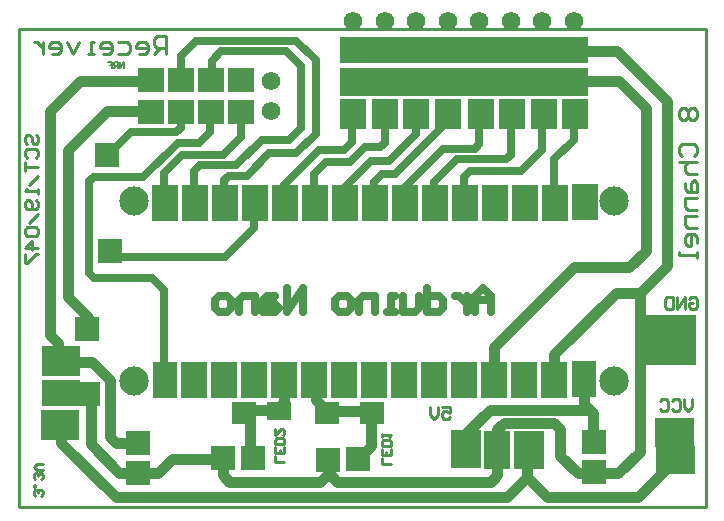
<source format=gbl>
G04*
G04 #@! TF.GenerationSoftware,Altium Limited,Altium Designer,22.10.1 (41)*
G04*
G04 Layer_Physical_Order=2*
G04 Layer_Color=16711680*
%FSLAX43Y43*%
%MOMM*%
G71*
G04*
G04 #@! TF.SameCoordinates,5039CA27-1314-4A75-A77E-E38BC3A90E26*
G04*
G04*
G04 #@! TF.FilePolarity,Positive*
G04*
G01*
G75*
%ADD10C,0.254*%
%ADD11C,0.635*%
%ADD12C,0.889*%
%ADD13C,1.016*%
%ADD14C,0.127*%
%ADD15R,2.200X3.035*%
%ADD16R,2.127X2.032*%
%ADD17R,3.175X2.540*%
%ADD18R,3.175X2.263*%
%ADD19R,2.540X3.175*%
%ADD20R,2.263X3.175*%
%ADD21R,2.127X1.838*%
%ADD22R,2.127X1.584*%
%ADD23R,2.127X3.035*%
%ADD24R,2.286X3.035*%
%ADD25R,2.159X3.035*%
%ADD26R,2.286X2.540*%
%ADD27R,2.286X2.413*%
%ADD28R,2.286X2.286*%
%ADD29R,21.082X2.286*%
%ADD30R,21.082X2.413*%
%ADD31R,2.286X2.159*%
%ADD32R,4.826X4.191*%
G04:AMPARAMS|DCode=33|XSize=3.304mm|YSize=4.721mm|CornerRadius=0mm|HoleSize=0mm|Usage=FLASHONLY|Rotation=180.860|XOffset=0mm|YOffset=0mm|HoleType=Round|Shape=Rectangle|*
%AMROTATEDRECTD33*
4,1,4,1.616,2.385,1.687,-2.336,-1.616,-2.385,-1.687,2.336,1.616,2.385,0.0*
%
%ADD33ROTATEDRECTD33*%

%ADD34R,1.575X1.575*%
%ADD35C,1.575*%
%ADD36R,1.575X1.575*%
%ADD37R,1.665X1.665*%
%ADD38C,1.665*%
%ADD39C,2.475*%
%ADD40R,1.920X1.920*%
%ADD41C,1.920*%
%ADD42R,1.200X1.200*%
%ADD43C,1.200*%
%ADD44R,1.920X1.920*%
%ADD45C,1.270*%
D10*
X93218Y77216D02*
X151384D01*
X93218Y117729D02*
X151384D01*
Y77216D02*
Y117729D01*
X93218Y77216D02*
Y117729D01*
X150241Y86360D02*
Y85683D01*
X149902Y85344D01*
X149564Y85683D01*
Y86360D01*
X148548Y86190D02*
X148717Y86360D01*
X149056D01*
X149225Y86190D01*
Y85513D01*
X149056Y85344D01*
X148717D01*
X148548Y85513D01*
X147533Y86190D02*
X147702Y86360D01*
X148040D01*
X148210Y86190D01*
Y85513D01*
X148040Y85344D01*
X147702D01*
X147533Y85513D01*
X93917Y107950D02*
X93726Y108141D01*
Y108522D01*
X93917Y108712D01*
X94107D01*
X94298Y108522D01*
Y108141D01*
X94488Y107950D01*
X94679D01*
X94869Y108141D01*
Y108522D01*
X94679Y108712D01*
X93917Y106808D02*
X93726Y106998D01*
Y107379D01*
X93917Y107569D01*
X94679D01*
X94869Y107379D01*
Y106998D01*
X94679Y106808D01*
X93726Y106427D02*
Y105665D01*
Y106046D01*
X94869D01*
Y105284D02*
X94107Y104522D01*
X94869Y104141D02*
Y103761D01*
Y103951D01*
X93726D01*
X93917Y104141D01*
X94679Y103189D02*
X94869Y102999D01*
Y102618D01*
X94679Y102428D01*
X93917D01*
X93726Y102618D01*
Y102999D01*
X93917Y103189D01*
X94107D01*
X94298Y102999D01*
Y102428D01*
X94869Y102047D02*
X94107Y101285D01*
X93917Y100904D02*
X93726Y100714D01*
Y100333D01*
X93917Y100142D01*
X94679D01*
X94869Y100333D01*
Y100714D01*
X94679Y100904D01*
X93917D01*
X94869Y99190D02*
X93726D01*
X94298Y99761D01*
Y99000D01*
X93726Y98619D02*
Y97857D01*
X93917D01*
X94679Y98619D01*
X94869D01*
X105664Y115570D02*
Y117094D01*
X104902D01*
X104648Y116840D01*
Y116332D01*
X104902Y116078D01*
X105664D01*
X105156D02*
X104648Y115570D01*
X103379D02*
X103887D01*
X104140Y115824D01*
Y116332D01*
X103887Y116586D01*
X103379D01*
X103125Y116332D01*
Y116078D01*
X104140D01*
X101601Y116586D02*
X102363D01*
X102617Y116332D01*
Y115824D01*
X102363Y115570D01*
X101601D01*
X100332D02*
X100840D01*
X101093Y115824D01*
Y116332D01*
X100840Y116586D01*
X100332D01*
X100078Y116332D01*
Y116078D01*
X101093D01*
X99570Y115570D02*
X99062D01*
X99316D01*
Y116586D01*
X99570D01*
X98300D02*
X97793Y115570D01*
X97285Y116586D01*
X96015Y115570D02*
X96523D01*
X96777Y115824D01*
Y116332D01*
X96523Y116586D01*
X96015D01*
X95761Y116332D01*
Y116078D01*
X96777D01*
X95253Y116586D02*
Y115570D01*
Y116078D01*
X94999Y116332D01*
X94746Y116586D01*
X94492D01*
X149352Y110998D02*
X149098Y110744D01*
Y110236D01*
X149352Y109982D01*
X149606D01*
X149860Y110236D01*
X150114Y109982D01*
X150368D01*
X150622Y110236D01*
Y110744D01*
X150368Y110998D01*
X150114D01*
X149860Y110744D01*
X149606Y110998D01*
X149352D01*
X149860Y110744D02*
Y110236D01*
X149352Y106935D02*
X149098Y107189D01*
Y107697D01*
X149352Y107951D01*
X150368D01*
X150622Y107697D01*
Y107189D01*
X150368Y106935D01*
X149098Y106427D02*
X150622D01*
X149860D01*
X149606Y106174D01*
Y105666D01*
X149860Y105412D01*
X150622D01*
X149606Y104650D02*
Y104142D01*
X149860Y103888D01*
X150622D01*
Y104650D01*
X150368Y104904D01*
X150114Y104650D01*
Y103888D01*
X150622Y103380D02*
X149606D01*
Y102619D01*
X149860Y102365D01*
X150622D01*
Y101857D02*
X149606D01*
Y101095D01*
X149860Y100841D01*
X150622D01*
Y99572D02*
Y100080D01*
X150368Y100333D01*
X149860D01*
X149606Y100080D01*
Y99572D01*
X149860Y99318D01*
X150114D01*
Y100333D01*
X150622Y98810D02*
Y98302D01*
Y98556D01*
X149098D01*
Y98810D01*
X149945Y94826D02*
X150114Y94996D01*
X150453D01*
X150622Y94826D01*
Y94149D01*
X150453Y93980D01*
X150114D01*
X149945Y94149D01*
Y94488D01*
X150283D01*
X149606Y93980D02*
Y94996D01*
X148929Y93980D01*
Y94996D01*
X148591D02*
Y93980D01*
X148083D01*
X147914Y94149D01*
Y94826D01*
X148083Y94996D01*
X148591D01*
X115697Y81026D02*
X114935D01*
Y81534D01*
X115697Y82296D02*
Y81788D01*
X114935D01*
Y82296D01*
X115316Y81788D02*
Y82042D01*
X115697Y82550D02*
X114935D01*
Y82931D01*
X115062Y83058D01*
X115570D01*
X115697Y82931D01*
Y82550D01*
X114935Y83820D02*
Y83312D01*
X115443Y83820D01*
X115570D01*
X115697Y83693D01*
Y83439D01*
X115570Y83312D01*
X124714Y80899D02*
X123952D01*
Y81407D01*
X124714Y82169D02*
Y81661D01*
X123952D01*
Y82169D01*
X124333Y81661D02*
Y81915D01*
X124714Y82423D02*
X123952D01*
Y82804D01*
X124079Y82931D01*
X124587D01*
X124714Y82804D01*
Y82423D01*
X123952Y83185D02*
Y83439D01*
Y83312D01*
X124714D01*
X124587Y83185D01*
X95123Y78169D02*
X95250Y78296D01*
Y78550D01*
X95123Y78677D01*
X94996D01*
X94869Y78550D01*
Y78423D01*
Y78550D01*
X94742Y78677D01*
X94615D01*
X94488Y78550D01*
Y78296D01*
X94615Y78169D01*
X94488Y78931D02*
X94615D01*
Y79058D01*
X94488D01*
Y78931D01*
X95123Y79565D02*
X95250Y79692D01*
Y79946D01*
X95123Y80073D01*
X94996D01*
X94869Y79946D01*
Y79819D01*
Y79946D01*
X94742Y80073D01*
X94615D01*
X94488Y79946D01*
Y79692D01*
X94615Y79565D01*
X95250Y80327D02*
X94742D01*
X94488Y80581D01*
X94742Y80835D01*
X95250D01*
X129074Y85725D02*
X129751D01*
Y85217D01*
X129413Y85386D01*
X129243D01*
X129074Y85217D01*
Y84878D01*
X129243Y84709D01*
X129582D01*
X129751Y84878D01*
X128736Y85725D02*
Y85048D01*
X128397Y84709D01*
X128058Y85048D01*
Y85725D01*
D11*
X103759Y105156D02*
X106680Y108077D01*
X99187Y97019D02*
Y104784D01*
X99559Y105156D01*
X103759D01*
X106562Y108966D02*
X106934Y109338D01*
Y110744D01*
X102743Y108966D02*
X106562D01*
X100711Y106934D02*
X102743Y108966D01*
X106680Y108077D02*
X108458D01*
X109385Y109004D01*
X110490Y107061D02*
X112014Y108585D01*
X105537Y105537D02*
X107061Y107061D01*
X110490D01*
X110617Y104911D02*
X110989Y105283D01*
X110617Y103124D02*
Y104911D01*
X112522Y105283D02*
X114427Y107188D01*
X111633Y106172D02*
X113792Y108331D01*
X108077Y105664D02*
X108585Y106172D01*
X110989Y105283D02*
X112522D01*
X108585Y106172D02*
X111633D01*
X101459Y98361D02*
X110680D01*
X100770Y98992D02*
X100829D01*
X101459Y98361D01*
X113157Y100838D02*
Y103124D01*
X110680Y98361D02*
X113157Y100838D01*
X99559Y96647D02*
X104521D01*
X99187Y97019D02*
X99559Y96647D01*
X104521D02*
X105537Y95631D01*
X109385Y109004D02*
Y110655D01*
X109474Y110744D01*
X105537Y87884D02*
Y95631D01*
X116091Y108331D02*
X117094Y109334D01*
X113792Y108331D02*
X116091D01*
X117094Y109334D02*
Y114554D01*
X114427Y107188D02*
X116713D01*
X118364Y108839D02*
Y115062D01*
X116713Y107188D02*
X118364Y108839D01*
X106934Y115443D02*
X108204Y116713D01*
X106934Y113284D02*
Y115443D01*
X108204Y116713D02*
X116713D01*
X118364Y115062D01*
X115697Y103124D02*
Y104521D01*
X118618Y107442D01*
X120777D01*
X109474Y113284D02*
X109554Y113364D01*
Y115024D01*
X110354Y115824D01*
X115824D01*
X117094Y114554D01*
X112014Y108585D02*
Y110744D01*
X108077Y103124D02*
Y105664D01*
X105537Y103124D02*
Y105537D01*
X124206Y108068D02*
Y110744D01*
X123834Y107696D02*
X124206Y108068D01*
X122568Y107696D02*
X123834D01*
X121298Y106426D02*
X122568Y107696D01*
X124587Y106553D02*
X126873Y108839D01*
X123063Y106553D02*
X124587D01*
X120833Y104323D02*
X123063Y106553D01*
X123317Y104775D02*
X123952Y105410D01*
X125095D02*
X129158Y109473D01*
X123952Y105410D02*
X125095D01*
X129158Y110362D02*
X129540Y110744D01*
X129158Y109473D02*
Y110362D01*
X129159Y107569D02*
X131835D01*
X132207Y107941D01*
X125913Y104323D02*
X129159Y107569D01*
X132207Y107941D02*
Y110744D01*
X128397Y104775D02*
X130302Y106680D01*
X134502D01*
X134874Y107052D01*
Y110744D01*
X135763Y105664D02*
X137541Y107442D01*
X131445Y105664D02*
X135763D01*
X130937Y105156D02*
X131445Y105664D01*
X137541Y107442D02*
Y110744D01*
X140208Y108331D02*
Y110744D01*
X138557Y106680D02*
X140208Y108331D01*
X138557Y103124D02*
Y106680D01*
X130937Y103124D02*
Y105156D01*
X128397Y103124D02*
Y104775D01*
X125913Y103180D02*
Y104323D01*
X125857Y103124D02*
X125913Y103180D01*
X126873Y108839D02*
Y110744D01*
X123317Y103124D02*
Y104775D01*
X121437Y108102D02*
Y110642D01*
X120777Y107442D02*
X121437Y108102D01*
X120833Y103180D02*
Y104323D01*
X120777Y103124D02*
X120833Y103180D01*
X119253Y106426D02*
X121298D01*
X118237Y105410D02*
X119253Y106426D01*
X118237Y103124D02*
Y105410D01*
X133219Y93726D02*
Y95081D01*
X132542Y95758D01*
X131865Y95081D01*
Y93726D01*
Y94742D01*
X133219D01*
X131188Y95081D02*
Y93726D01*
Y94403D01*
X130849Y94742D01*
X130510Y95081D01*
X130172D01*
X127802Y95758D02*
Y93726D01*
X128818D01*
X129156Y94065D01*
Y94742D01*
X128818Y95081D01*
X127802D01*
X127125D02*
Y94065D01*
X126786Y93726D01*
X125771D01*
Y95081D01*
X125094Y93726D02*
X124416D01*
X124755D01*
Y95081D01*
X125094D01*
X123401Y93726D02*
Y95081D01*
X122385D01*
X122047Y94742D01*
Y93726D01*
X121031D02*
X120354D01*
X120015Y94065D01*
Y94742D01*
X120354Y95081D01*
X121031D01*
X121369Y94742D01*
Y94065D01*
X121031Y93726D01*
X117307D02*
Y95758D01*
X115952Y93726D01*
Y95758D01*
X114937Y95081D02*
X114260D01*
X113921Y94742D01*
Y93726D01*
X114937D01*
X115275Y94065D01*
X114937Y94403D01*
X113921D01*
X113244Y93726D02*
Y95081D01*
X112228D01*
X111890Y94742D01*
Y93726D01*
X110874D02*
X110197D01*
X109858Y94065D01*
Y94742D01*
X110197Y95081D01*
X110874D01*
X111213Y94742D01*
Y94065D01*
X110874Y93726D01*
D12*
X138506Y84328D02*
X139027Y83807D01*
Y81572D02*
Y83807D01*
X134266Y84328D02*
X138506D01*
X141859Y80065D02*
X143946D01*
X140534D02*
X141859D01*
X119380Y80150D02*
Y81280D01*
Y80010D02*
Y80150D01*
X98552Y86995D02*
X99314Y86233D01*
X103251Y80137D02*
X105029D01*
X101727D02*
X103251D01*
X136271Y79756D02*
X137922Y78105D01*
X145669D02*
X146304Y78740D01*
X137922Y78105D02*
X145669D01*
X112776Y82334D02*
X112970Y82139D01*
X112268Y85344D02*
X112776Y84836D01*
Y82334D02*
Y84836D01*
X112970Y81340D02*
Y82139D01*
X112331Y85408D02*
X115013D01*
X110490Y79896D02*
X111011Y79375D01*
X118745D02*
X119380Y80010D01*
X110490Y79896D02*
Y81280D01*
X111011Y79375D02*
X118745D01*
X101410Y78041D02*
X134557D01*
X96774Y82677D02*
X101410Y78041D01*
X134557D02*
X136271Y79756D01*
X133731Y79896D02*
Y81915D01*
X133210Y79375D02*
X133731Y79896D01*
X119380Y80150D02*
X120155Y79375D01*
X133210D01*
X133745Y81929D02*
Y83807D01*
X134266Y84328D01*
X131191Y83566D02*
X133096Y85471D01*
X141605D01*
X139027Y81572D02*
X140534Y80065D01*
X141605Y85471D02*
X141859Y85217D01*
Y82565D02*
Y85217D01*
X141097Y85979D02*
X141605Y85471D01*
X97409Y107442D02*
X100711Y110744D01*
X97409Y94996D02*
X99060Y93345D01*
X97409Y94996D02*
Y107442D01*
X100711Y110744D02*
X104394D01*
X99060Y92329D02*
Y93345D01*
X96577Y89732D02*
Y91129D01*
X95885Y91821D02*
Y110744D01*
Y91821D02*
X96577Y91129D01*
X95885Y110744D02*
X98425Y113284D01*
X96577Y89732D02*
X96774Y89535D01*
X112970Y81340D02*
X113030Y81280D01*
X115111Y85549D02*
X115697Y86135D01*
X112268Y85344D02*
X112331Y85408D01*
X115013D02*
X115111Y85506D01*
Y85549D01*
X123190Y85114D02*
Y85217D01*
X123000Y82360D02*
Y84924D01*
X123190Y85114D01*
X121920Y81280D02*
X123000Y82360D01*
X123087Y85217D02*
X123190D01*
X119253Y85344D02*
X122960D01*
X123087Y85217D01*
X118385Y86315D02*
Y87736D01*
Y86315D02*
X119253Y85447D01*
Y85344D02*
Y85447D01*
X118237Y87884D02*
X118385Y87736D01*
X96774Y86995D02*
X98552D01*
X99314Y82550D02*
Y86233D01*
X106172Y81280D02*
X110490D01*
X105029Y80137D02*
X106172Y81280D01*
X136271Y79756D02*
Y81915D01*
X146304Y78740D02*
X147955Y80391D01*
X143891Y115824D02*
X148082Y111633D01*
X140208Y115824D02*
X143891D01*
X148082Y97663D02*
Y111633D01*
X140208Y113284D02*
X144018D01*
X146304Y98933D02*
Y110998D01*
X144018Y113284D02*
X146304Y110998D01*
X98425Y113284D02*
X104394D01*
X96774Y89535D02*
X99441D01*
X100965Y83158D02*
Y88011D01*
X99441Y89535D02*
X100965Y88011D01*
Y83158D02*
X101486Y82637D01*
X103251D01*
X99314Y82550D02*
X101727Y80137D01*
X96774Y82677D02*
Y84455D01*
X121437Y110642D02*
X121539Y110744D01*
X115697Y86135D02*
Y87884D01*
X131191Y81915D02*
Y83566D01*
X141097Y85979D02*
Y87884D01*
X145798Y81917D02*
Y95379D01*
X143946Y80065D02*
X145798Y81917D01*
X138557Y87884D02*
Y90170D01*
X143766Y95379D01*
X145798D02*
X148082Y97663D01*
X143766Y95379D02*
X145798D01*
X144907Y97536D02*
X146304Y98933D01*
X133477Y90805D02*
X140208Y97536D01*
X144907D01*
X133477Y87884D02*
Y90805D01*
D13*
X121539Y115824D02*
X124206D01*
X126873D01*
X129540D01*
X132207D01*
X134874D01*
X137541D01*
X140208D01*
X126873Y113284D02*
X129540D01*
X124206D02*
X126873D01*
X129540D02*
X132207D01*
X121539D02*
X124206D01*
X132207D02*
X134874D01*
X137541D01*
X140208D01*
D14*
X102150Y114427D02*
Y114935D01*
X101812Y114427D01*
Y114935D01*
X101642Y114427D02*
Y114935D01*
X101388D01*
X101304Y114850D01*
Y114681D01*
X101388Y114596D01*
X101642D01*
X101473D02*
X101304Y114427D01*
X100796Y114935D02*
X101134D01*
Y114681D01*
X100965D01*
X101134D01*
Y114427D01*
D15*
X141181Y103018D02*
D03*
D16*
X100671Y106987D02*
D03*
X100925Y98859D02*
D03*
X141916Y80167D02*
D03*
Y82707D02*
D03*
X121967Y81280D02*
D03*
X119407Y81220D02*
D03*
X99087Y86808D02*
D03*
X98960Y92269D02*
D03*
X103278Y82617D02*
D03*
Y80077D02*
D03*
X110517Y81347D02*
D03*
X113077Y81407D02*
D03*
D17*
X96711Y84201D02*
D03*
X96777Y89558D02*
D03*
D18*
Y86879D02*
D03*
D19*
X136421Y82039D02*
D03*
X131064Y82105D02*
D03*
D20*
X133742Y82039D02*
D03*
D21*
X123090Y85187D02*
D03*
X119280D02*
D03*
X112295D02*
D03*
D22*
X115216Y85314D02*
D03*
D23*
X105584Y88004D02*
D03*
D24*
X108045D02*
D03*
X110585D02*
D03*
X113125D02*
D03*
X120745D02*
D03*
X118205D02*
D03*
X115665D02*
D03*
X133445D02*
D03*
X135985D02*
D03*
X138525D02*
D03*
X130905D02*
D03*
X128365D02*
D03*
X125825D02*
D03*
X123285D02*
D03*
X123412Y102990D02*
D03*
X125952D02*
D03*
X128492D02*
D03*
X131032D02*
D03*
X138652D02*
D03*
X136112D02*
D03*
X133572D02*
D03*
X113252D02*
D03*
X115792D02*
D03*
X118332D02*
D03*
X120872D02*
D03*
X113252D02*
D03*
X110712D02*
D03*
X108172D02*
D03*
X105632D02*
D03*
D25*
X141033Y88032D02*
D03*
D26*
X132334Y110490D02*
D03*
X135001D02*
D03*
X140335D02*
D03*
X137668D02*
D03*
X126873D02*
D03*
X129540D02*
D03*
X124206D02*
D03*
X121539D02*
D03*
D27*
X132334Y113220D02*
D03*
X135001D02*
D03*
X140335D02*
D03*
X137668D02*
D03*
X126873D02*
D03*
X129540D02*
D03*
X124206D02*
D03*
D28*
X132334Y115951D02*
D03*
X135001D02*
D03*
X137668D02*
D03*
X126873D02*
D03*
X129540D02*
D03*
X124206D02*
D03*
X121539D02*
D03*
D29*
X130937D02*
D03*
D30*
Y113220D02*
D03*
D31*
X104394Y110680D02*
D03*
X106934D02*
D03*
X112014D02*
D03*
X109474D02*
D03*
Y113348D02*
D03*
X112014D02*
D03*
X106934D02*
D03*
X104394D02*
D03*
D32*
X148209Y91377D02*
D03*
D33*
X148809Y82395D02*
D03*
D34*
X104394Y110744D02*
D03*
D35*
Y113284D02*
D03*
X106934Y110744D02*
D03*
Y113284D02*
D03*
X109474Y110744D02*
D03*
Y113284D02*
D03*
X112014Y110744D02*
D03*
Y113284D02*
D03*
X114554Y110744D02*
D03*
Y113284D02*
D03*
X129540Y118364D02*
D03*
Y115824D02*
D03*
Y113284D02*
D03*
X134874D02*
D03*
Y115824D02*
D03*
Y118364D02*
D03*
X132207Y113284D02*
D03*
Y115824D02*
D03*
Y118364D02*
D03*
X137541Y113284D02*
D03*
Y115824D02*
D03*
Y118364D02*
D03*
X140208Y113284D02*
D03*
Y115824D02*
D03*
Y118364D02*
D03*
X126873Y113284D02*
D03*
Y115824D02*
D03*
Y118364D02*
D03*
X124206Y113284D02*
D03*
Y115824D02*
D03*
Y118364D02*
D03*
X121539Y113284D02*
D03*
Y115824D02*
D03*
Y118364D02*
D03*
D36*
X129540Y110744D02*
D03*
X134874D02*
D03*
X132207D02*
D03*
X137541D02*
D03*
X140208D02*
D03*
X126873D02*
D03*
X124206D02*
D03*
X121539D02*
D03*
D37*
X105537Y87884D02*
D03*
X141097Y103124D02*
D03*
D38*
X108077Y87884D02*
D03*
X110617D02*
D03*
X113157D02*
D03*
X115697D02*
D03*
X118237D02*
D03*
X120777D02*
D03*
X123317D02*
D03*
X125857D02*
D03*
X128397D02*
D03*
X130937D02*
D03*
X133477D02*
D03*
X136017D02*
D03*
X138557D02*
D03*
X141097D02*
D03*
X138557Y103124D02*
D03*
X136017D02*
D03*
X133477D02*
D03*
X130937D02*
D03*
X128397D02*
D03*
X125857D02*
D03*
X123317D02*
D03*
X120777D02*
D03*
X118237D02*
D03*
X115697D02*
D03*
X113157D02*
D03*
X110617D02*
D03*
X108077D02*
D03*
X105537D02*
D03*
D39*
X102997Y87884D02*
D03*
Y103124D02*
D03*
X143637D02*
D03*
Y87884D02*
D03*
D40*
X96774Y84455D02*
D03*
D41*
Y86995D02*
D03*
Y89535D02*
D03*
X133731Y81915D02*
D03*
X131191D02*
D03*
D42*
X103251Y80137D02*
D03*
X141859Y80065D02*
D03*
D43*
X103251Y82637D02*
D03*
X119380Y81280D02*
D03*
X121920D02*
D03*
X110490D02*
D03*
X113030D02*
D03*
X141859Y82565D02*
D03*
D44*
X136271Y81915D02*
D03*
D45*
X148844Y82296D02*
D03*
X148463Y91440D02*
D03*
X100711Y106934D02*
D03*
X100770Y98992D02*
D03*
X99060Y92329D02*
D03*
Y86868D02*
D03*
X112268Y85344D02*
D03*
X115189Y85471D02*
D03*
X123190Y85217D02*
D03*
X119253Y85344D02*
D03*
M02*

</source>
